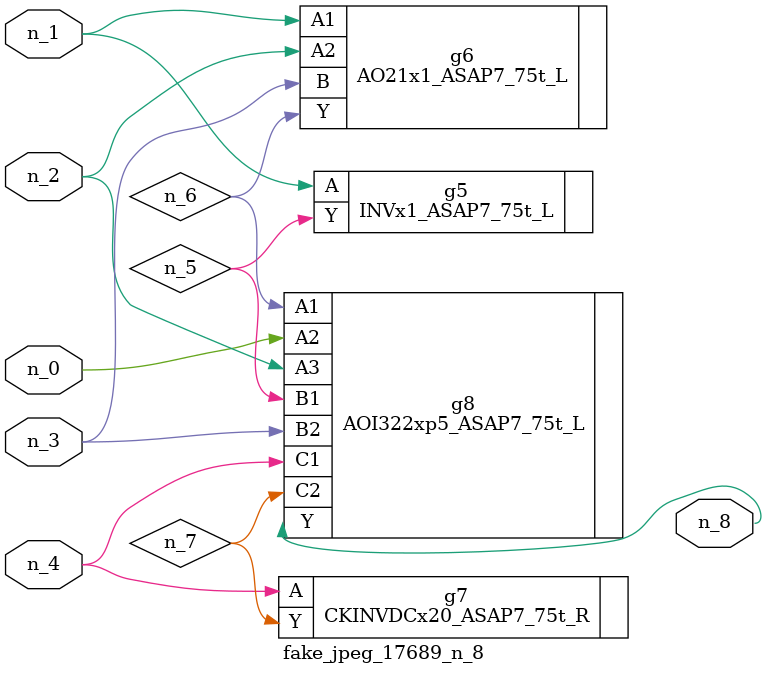
<source format=v>
module fake_jpeg_17689_n_8 (n_3, n_2, n_1, n_0, n_4, n_8);

input n_3;
input n_2;
input n_1;
input n_0;
input n_4;

output n_8;

wire n_6;
wire n_5;
wire n_7;

INVx1_ASAP7_75t_L g5 ( 
.A(n_1),
.Y(n_5)
);

AO21x1_ASAP7_75t_L g6 ( 
.A1(n_1),
.A2(n_2),
.B(n_3),
.Y(n_6)
);

CKINVDCx20_ASAP7_75t_R g7 ( 
.A(n_4),
.Y(n_7)
);

AOI322xp5_ASAP7_75t_L g8 ( 
.A1(n_6),
.A2(n_0),
.A3(n_2),
.B1(n_5),
.B2(n_3),
.C1(n_4),
.C2(n_7),
.Y(n_8)
);


endmodule
</source>
